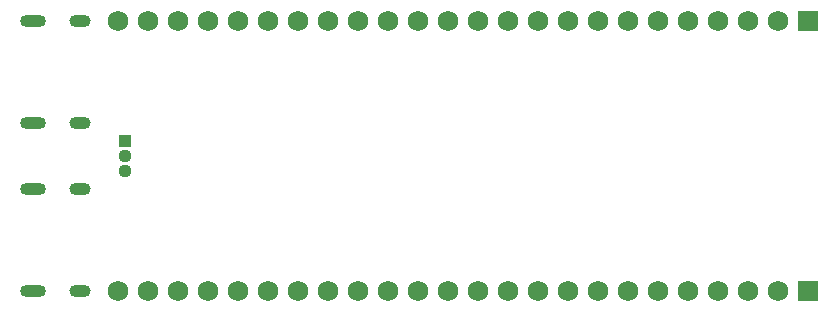
<source format=gbs>
G04*
G04 #@! TF.GenerationSoftware,Altium Limited,Altium Designer,24.9.1 (31)*
G04*
G04 Layer_Color=16711935*
%FSLAX25Y25*%
%MOIN*%
G70*
G04*
G04 #@! TF.SameCoordinates,0C4B9269-15E2-45E3-B218-B4FFBFC8B41E*
G04*
G04*
G04 #@! TF.FilePolarity,Negative*
G04*
G01*
G75*
G04:AMPARAMS|DCode=55|XSize=39.37mil|YSize=86.61mil|CornerRadius=19.68mil|HoleSize=0mil|Usage=FLASHONLY|Rotation=270.000|XOffset=0mil|YOffset=0mil|HoleType=Round|Shape=RoundedRectangle|*
%AMROUNDEDRECTD55*
21,1,0.03937,0.04724,0,0,270.0*
21,1,0.00000,0.08661,0,0,270.0*
1,1,0.03937,-0.02362,0.00000*
1,1,0.03937,-0.02362,0.00000*
1,1,0.03937,0.02362,0.00000*
1,1,0.03937,0.02362,0.00000*
%
%ADD55ROUNDEDRECTD55*%
G04:AMPARAMS|DCode=56|XSize=39.37mil|YSize=70.87mil|CornerRadius=19.68mil|HoleSize=0mil|Usage=FLASHONLY|Rotation=270.000|XOffset=0mil|YOffset=0mil|HoleType=Round|Shape=RoundedRectangle|*
%AMROUNDEDRECTD56*
21,1,0.03937,0.03150,0,0,270.0*
21,1,0.00000,0.07087,0,0,270.0*
1,1,0.03937,-0.01575,0.00000*
1,1,0.03937,-0.01575,0.00000*
1,1,0.03937,0.01575,0.00000*
1,1,0.03937,0.01575,0.00000*
%
%ADD56ROUNDEDRECTD56*%
%ADD57R,0.06800X0.06800*%
%ADD58C,0.06800*%
%ADD59R,0.04400X0.04400*%
%ADD60C,0.04400*%
D55*
X6752Y95000D02*
D03*
Y60984D02*
D03*
Y39016D02*
D03*
Y5000D02*
D03*
D56*
X22500Y95000D02*
D03*
Y60984D02*
D03*
Y39016D02*
D03*
Y5000D02*
D03*
D57*
X265000Y95000D02*
D03*
Y5000D02*
D03*
D58*
X255000Y95000D02*
D03*
X245000D02*
D03*
X235000D02*
D03*
X225000D02*
D03*
X215000D02*
D03*
X205000D02*
D03*
X195000D02*
D03*
X185000D02*
D03*
X175000D02*
D03*
X165000D02*
D03*
X155000D02*
D03*
X145000D02*
D03*
X135000D02*
D03*
X125000D02*
D03*
X115000D02*
D03*
X105000D02*
D03*
X95000D02*
D03*
X85000D02*
D03*
X75000D02*
D03*
X65000D02*
D03*
X55000D02*
D03*
X45000D02*
D03*
X35000D02*
D03*
X255000Y5000D02*
D03*
X245000D02*
D03*
X235000D02*
D03*
X225000D02*
D03*
X215000D02*
D03*
X205000D02*
D03*
X195000D02*
D03*
X185000D02*
D03*
X175000D02*
D03*
X165000D02*
D03*
X155000D02*
D03*
X145000D02*
D03*
X135000D02*
D03*
X125000D02*
D03*
X115000D02*
D03*
X105000D02*
D03*
X95000D02*
D03*
X85000D02*
D03*
X75000D02*
D03*
X65000D02*
D03*
X55000D02*
D03*
X45000D02*
D03*
X35000D02*
D03*
D59*
X37500Y55000D02*
D03*
D60*
Y50000D02*
D03*
Y45000D02*
D03*
M02*

</source>
